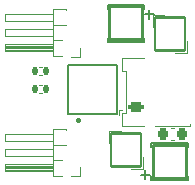
<source format=gto>
G04 #@! TF.GenerationSoftware,KiCad,Pcbnew,8.0.7-8.0.7-0~ubuntu24.04.1*
G04 #@! TF.CreationDate,2024-12-30T22:58:19-07:00*
G04 #@! TF.ProjectId,DRV8311 Motor Driver,44525638-3331-4312-904d-6f746f722044,V1*
G04 #@! TF.SameCoordinates,Original*
G04 #@! TF.FileFunction,Legend,Top*
G04 #@! TF.FilePolarity,Positive*
%FSLAX46Y46*%
G04 Gerber Fmt 4.6, Leading zero omitted, Abs format (unit mm)*
G04 Created by KiCad (PCBNEW 8.0.7-8.0.7-0~ubuntu24.04.1) date 2024-12-30 22:58:19*
%MOMM*%
%LPD*%
G01*
G04 APERTURE LIST*
G04 Aperture macros list*
%AMRoundRect*
0 Rectangle with rounded corners*
0 $1 Rounding radius*
0 $2 $3 $4 $5 $6 $7 $8 $9 X,Y pos of 4 corners*
0 Add a 4 corners polygon primitive as box body*
4,1,4,$2,$3,$4,$5,$6,$7,$8,$9,$2,$3,0*
0 Add four circle primitives for the rounded corners*
1,1,$1+$1,$2,$3*
1,1,$1+$1,$4,$5*
1,1,$1+$1,$6,$7*
1,1,$1+$1,$8,$9*
0 Add four rect primitives between the rounded corners*
20,1,$1+$1,$2,$3,$4,$5,0*
20,1,$1+$1,$4,$5,$6,$7,0*
20,1,$1+$1,$6,$7,$8,$9,0*
20,1,$1+$1,$8,$9,$2,$3,0*%
G04 Aperture macros list end*
%ADD10C,0.150000*%
%ADD11C,0.127000*%
%ADD12C,0.120000*%
%ADD13C,0.250000*%
%ADD14RoundRect,0.102000X-1.400000X-1.400000X1.400000X-1.400000X1.400000X1.400000X-1.400000X1.400000X0*%
%ADD15RoundRect,0.200000X0.450000X-0.200000X0.450000X0.200000X-0.450000X0.200000X-0.450000X-0.200000X0*%
%ADD16O,1.300000X0.800000*%
%ADD17RoundRect,0.140000X-0.140000X-0.170000X0.140000X-0.170000X0.140000X0.170000X-0.140000X0.170000X0*%
%ADD18R,0.200000X0.469999*%
%ADD19R,0.469999X0.200000*%
%ADD20C,0.600000*%
%ADD21R,1.899999X1.899999*%
%ADD22RoundRect,0.100000X-1.250000X-1.400000X1.250000X-1.400000X1.250000X1.400000X-1.250000X1.400000X0*%
%ADD23RoundRect,0.225000X0.225000X0.250000X-0.225000X0.250000X-0.225000X-0.250000X0.225000X-0.250000X0*%
%ADD24RoundRect,0.100000X1.250000X1.400000X-1.250000X1.400000X-1.250000X-1.400000X1.250000X-1.400000X0*%
%ADD25RoundRect,0.102000X1.400000X1.400000X-1.400000X1.400000X-1.400000X-1.400000X1.400000X-1.400000X0*%
%ADD26R,1.000000X1.000000*%
%ADD27O,1.000000X1.000000*%
G04 APERTURE END LIST*
D10*
X174536779Y-95088866D02*
X175298684Y-95088866D01*
X174917731Y-95469819D02*
X174917731Y-94707914D01*
X174186779Y-108688866D02*
X174948684Y-108688866D01*
X174567731Y-109069819D02*
X174567731Y-108307914D01*
D11*
G04 #@! TO.C,J7*
X175100000Y-106000000D02*
X178200000Y-106000000D01*
X175100000Y-106350000D02*
X175100000Y-106000000D01*
X175100000Y-109100000D02*
X175100000Y-108750000D01*
X178200000Y-106000000D02*
X178200000Y-106350000D01*
X178200000Y-108750000D02*
X178200000Y-109100000D01*
X178200000Y-109100000D02*
X175100000Y-109100000D01*
D12*
G04 #@! TO.C,J4*
X172350000Y-103150000D02*
X172350000Y-103650000D01*
X172640000Y-98790000D02*
X178360000Y-98790000D01*
X172640000Y-99860000D02*
X172640000Y-98790000D01*
X172640000Y-103440000D02*
X172640000Y-104510000D01*
X172640000Y-104510000D02*
X178360000Y-104510000D01*
X172650000Y-103150000D02*
X172350000Y-103150000D01*
X172940000Y-99860000D02*
X172640000Y-99860000D01*
X172940000Y-101650000D02*
X172940000Y-99860000D01*
X172940000Y-101650000D02*
X172940000Y-103440000D01*
X172940000Y-103440000D02*
X172640000Y-103440000D01*
X178360000Y-98790000D02*
X178360000Y-101650000D01*
X178360000Y-104510000D02*
X178360000Y-101650000D01*
G04 #@! TO.C,C1*
X165592164Y-99540000D02*
X165807836Y-99540000D01*
X165592164Y-100260000D02*
X165807836Y-100260000D01*
D10*
G04 #@! TO.C,U1*
X168059999Y-103504999D02*
X168059999Y-99354999D01*
X172209999Y-99354999D02*
X168059999Y-99354999D01*
X172209999Y-103504999D02*
X168059999Y-103504999D01*
X172209999Y-103504999D02*
X172209999Y-99354999D01*
D13*
X169060000Y-104079999D02*
G75*
G02*
X168809998Y-104079999I-125001J0D01*
G01*
X168809998Y-104079999D02*
G75*
G02*
X169060000Y-104079999I125001J0D01*
G01*
D12*
G04 #@! TO.C,J8*
X175200000Y-95150000D02*
X175200000Y-96150000D01*
X176200000Y-95150000D02*
X175200000Y-95150000D01*
X177100000Y-98350000D02*
X178100000Y-98350000D01*
X178100000Y-98350000D02*
X178100000Y-97350000D01*
G04 #@! TO.C,C6*
X177040580Y-104690000D02*
X176759420Y-104690000D01*
X177040580Y-105710000D02*
X176759420Y-105710000D01*
G04 #@! TO.C,J6*
X171500000Y-105000000D02*
X171500000Y-106000000D01*
X172500000Y-105000000D02*
X171500000Y-105000000D01*
X173400000Y-108200000D02*
X174400000Y-108200000D01*
X174400000Y-108200000D02*
X174400000Y-107200000D01*
D11*
G04 #@! TO.C,J9*
X171400000Y-94300000D02*
X174500000Y-94300000D01*
X171400000Y-94650000D02*
X171400000Y-94300000D01*
X171400000Y-97400000D02*
X171400000Y-97050000D01*
X174500000Y-94300000D02*
X174500000Y-94650000D01*
X174500000Y-97050000D02*
X174500000Y-97400000D01*
X174500000Y-97400000D02*
X171400000Y-97400000D01*
D12*
G04 #@! TO.C,J2*
X162740000Y-95100000D02*
X166740000Y-95100000D01*
X162740000Y-95620000D02*
X162740000Y-95100000D01*
X162740000Y-96370000D02*
X166740000Y-96370000D01*
X162740000Y-96890000D02*
X162740000Y-96370000D01*
X162740000Y-97640000D02*
X166740000Y-97640000D01*
X162740000Y-98160000D02*
X162740000Y-97640000D01*
X166740000Y-94665000D02*
X167860000Y-94665000D01*
X166740000Y-95620000D02*
X162740000Y-95620000D01*
X166740000Y-96890000D02*
X162740000Y-96890000D01*
X166740000Y-97740000D02*
X162740000Y-97740000D01*
X166740000Y-97860000D02*
X162740000Y-97860000D01*
X166740000Y-97980000D02*
X162740000Y-97980000D01*
X166740000Y-98100000D02*
X162740000Y-98100000D01*
X166740000Y-98160000D02*
X162740000Y-98160000D01*
X166740000Y-98595000D02*
X166740000Y-94665000D01*
X167540000Y-97265000D02*
X166740000Y-97265000D01*
X167540000Y-98595000D02*
X166740000Y-98595000D01*
X167860000Y-94665000D02*
X167860000Y-94740323D01*
X167860000Y-95995000D02*
X166740000Y-95995000D01*
X167860000Y-96010323D02*
X167860000Y-95979677D01*
X169060000Y-97900000D02*
X169060000Y-98660000D01*
X169060000Y-98660000D02*
X168300000Y-98660000D01*
G04 #@! TO.C,C7*
X165592164Y-101040000D02*
X165807836Y-101040000D01*
X165592164Y-101760000D02*
X165807836Y-101760000D01*
G04 #@! TO.C,J1*
X162740000Y-105250000D02*
X166740000Y-105250000D01*
X162740000Y-105770000D02*
X162740000Y-105250000D01*
X162740000Y-106520000D02*
X166740000Y-106520000D01*
X162740000Y-107040000D02*
X162740000Y-106520000D01*
X162740000Y-107790000D02*
X166740000Y-107790000D01*
X162740000Y-108310000D02*
X162740000Y-107790000D01*
X166740000Y-104815000D02*
X167860000Y-104815000D01*
X166740000Y-105770000D02*
X162740000Y-105770000D01*
X166740000Y-107040000D02*
X162740000Y-107040000D01*
X166740000Y-107890000D02*
X162740000Y-107890000D01*
X166740000Y-108010000D02*
X162740000Y-108010000D01*
X166740000Y-108130000D02*
X162740000Y-108130000D01*
X166740000Y-108250000D02*
X162740000Y-108250000D01*
X166740000Y-108310000D02*
X162740000Y-108310000D01*
X166740000Y-108745000D02*
X166740000Y-104815000D01*
X167540000Y-107415000D02*
X166740000Y-107415000D01*
X167540000Y-108745000D02*
X166740000Y-108745000D01*
X167860000Y-104815000D02*
X167860000Y-104890323D01*
X167860000Y-106145000D02*
X166740000Y-106145000D01*
X167860000Y-106160323D02*
X167860000Y-106129677D01*
X169060000Y-108050000D02*
X169060000Y-108810000D01*
X169060000Y-108810000D02*
X168300000Y-108810000D01*
G04 #@! TD*
%LPC*%
D14*
G04 #@! TO.C,J7*
X176650000Y-107550000D03*
G04 #@! TD*
D15*
G04 #@! TO.C,J4*
X173800000Y-102900000D03*
D16*
X173800000Y-101650000D03*
X173800000Y-100400000D03*
G04 #@! TD*
D17*
G04 #@! TO.C,C1*
X165220000Y-99900000D03*
X166180000Y-99900000D03*
G04 #@! TD*
D18*
G04 #@! TO.C,U1*
X168934999Y-102895000D03*
X169334998Y-102895000D03*
X169735000Y-102895000D03*
X170134999Y-102895000D03*
X170534998Y-102895000D03*
X170935000Y-102895000D03*
X171334999Y-102895000D03*
D19*
X171600000Y-102100000D03*
X171600000Y-101699998D03*
X171600000Y-101299999D03*
X171600000Y-100900000D03*
X171600000Y-100499998D03*
D18*
X171334999Y-99964998D03*
X170935000Y-99964998D03*
X170534998Y-99964998D03*
X170134999Y-99964998D03*
X169735000Y-99964998D03*
X169334998Y-99964998D03*
X168934999Y-99964998D03*
D19*
X168669998Y-100499998D03*
X168669998Y-100900000D03*
X168669998Y-101299999D03*
X168669998Y-101699998D03*
X168669998Y-102100000D03*
D20*
X169434998Y-102130000D03*
X170835000Y-102130000D03*
D21*
X170134999Y-101429999D03*
D20*
X170134999Y-101404599D03*
X169434998Y-100729998D03*
X170835000Y-100729998D03*
G04 #@! TD*
D22*
G04 #@! TO.C,J8*
X176650000Y-96750000D03*
G04 #@! TD*
D23*
G04 #@! TO.C,C6*
X177675000Y-105200000D03*
X176125000Y-105200000D03*
G04 #@! TD*
D24*
G04 #@! TO.C,J6*
X172950000Y-106600000D03*
G04 #@! TD*
D25*
G04 #@! TO.C,J9*
X172950000Y-95850000D03*
G04 #@! TD*
D26*
G04 #@! TO.C,J2*
X168300000Y-97900000D03*
D27*
X168300000Y-96630000D03*
X168300000Y-95360000D03*
G04 #@! TD*
D17*
G04 #@! TO.C,C7*
X165220000Y-101400000D03*
X166180000Y-101400000D03*
G04 #@! TD*
D26*
G04 #@! TO.C,J1*
X168300000Y-108050000D03*
D27*
X168300000Y-106780000D03*
X168300000Y-105510000D03*
G04 #@! TD*
G36*
X178361980Y-98502383D02*
G01*
X178421480Y-98514218D01*
X178466179Y-98532732D01*
X178506268Y-98559518D01*
X178540481Y-98593731D01*
X178567267Y-98633820D01*
X178585781Y-98678517D01*
X178597617Y-98738017D01*
X178600000Y-98762210D01*
X178600000Y-104137789D01*
X178597617Y-104161982D01*
X178585781Y-104221482D01*
X178567267Y-104266179D01*
X178540481Y-104306268D01*
X178506268Y-104340481D01*
X178466179Y-104367267D01*
X178421482Y-104385781D01*
X178361982Y-104397617D01*
X178337789Y-104400000D01*
X175649995Y-104400000D01*
X175554329Y-104419029D01*
X175554328Y-104419029D01*
X175473223Y-104473223D01*
X175419029Y-104554328D01*
X175419029Y-104554329D01*
X175400000Y-104649995D01*
X175400000Y-105587789D01*
X175397617Y-105611982D01*
X175385781Y-105671482D01*
X175367267Y-105716179D01*
X175340481Y-105756268D01*
X175306268Y-105790481D01*
X175266179Y-105817267D01*
X175221482Y-105835781D01*
X175161982Y-105847617D01*
X175137789Y-105850000D01*
X174862211Y-105850000D01*
X174838019Y-105847617D01*
X174778518Y-105835781D01*
X174733820Y-105817267D01*
X174693731Y-105790481D01*
X174659518Y-105756268D01*
X174632732Y-105716179D01*
X174614218Y-105671480D01*
X174602383Y-105611980D01*
X174600000Y-105587789D01*
X174600000Y-98762210D01*
X174602383Y-98738019D01*
X174614218Y-98678519D01*
X174632732Y-98633820D01*
X174659518Y-98593731D01*
X174693731Y-98559518D01*
X174733820Y-98532732D01*
X174778520Y-98514217D01*
X174838021Y-98502382D01*
X174862211Y-98500000D01*
X178337789Y-98500000D01*
X178361980Y-98502383D01*
G37*
%LPD*%
M02*

</source>
